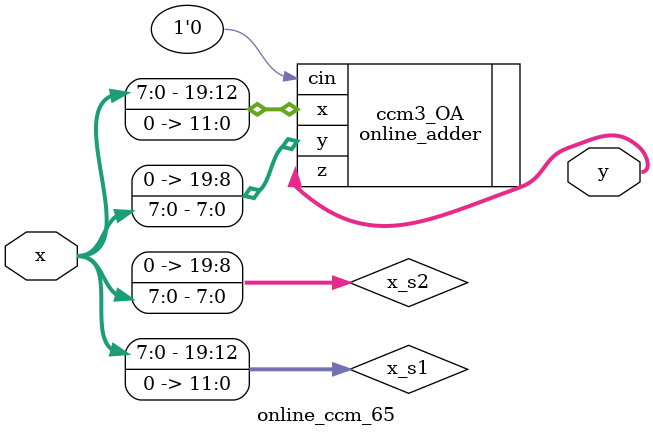
<source format=v>
`timescale 1ns / 1ps
module online_ccm_65(x,y);
parameter Stage = 4;

localparam s1 = 6;


localparam WL 		= 2*Stage;
localparam WL_oa	= 2*(Stage+s1);		//WL of OA inputs

localparam WL_out = 2*(Stage+s1+1);

	input [WL-1:0] x;
	output [WL_out-1:0] y;
	
	wire [WL_oa-1:0] x_s1, x_s2;
	
	assign x_s1[WL_oa-1:WL_oa-WL] = x;
	assign x_s1[WL_oa-WL-1:0]		= 'b0;
	
	assign x_s2[WL_oa-1:WL] 	= 'b0;
	assign x_s2[WL-1:0]	= x;

	
	online_adder #(Stage+s1) ccm3_OA(.x(x_s1),.y(x_s2),.cin(1'b0),.z(y));

endmodule

</source>
